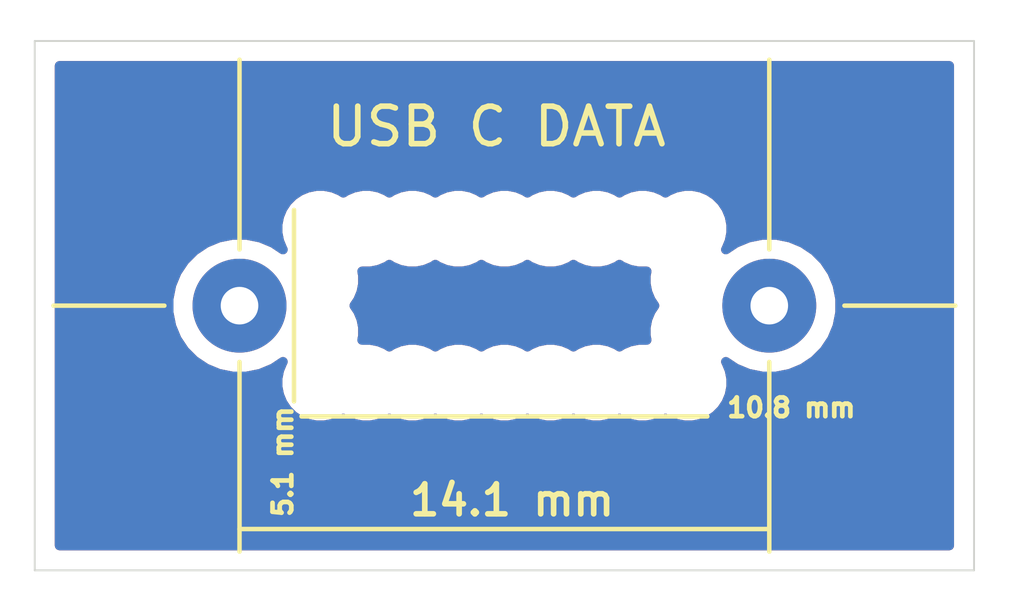
<source format=kicad_pcb>
(kicad_pcb (version 20171130) (host pcbnew 5.1.5+dfsg1-2build2)

  (general
    (thickness 1.6)
    (drawings 17)
    (tracks 0)
    (zones 0)
    (modules 24)
    (nets 1)
  )

  (page A4)
  (layers
    (0 F.Cu signal)
    (31 B.Cu signal)
    (32 B.Adhes user)
    (33 F.Adhes user)
    (34 B.Paste user)
    (35 F.Paste user)
    (36 B.SilkS user)
    (37 F.SilkS user)
    (38 B.Mask user)
    (39 F.Mask user)
    (40 Dwgs.User user)
    (41 Cmts.User user)
    (42 Eco1.User user)
    (43 Eco2.User user)
    (44 Edge.Cuts user)
    (45 Margin user)
    (46 B.CrtYd user)
    (47 F.CrtYd user)
    (48 B.Fab user)
    (49 F.Fab user)
  )

  (setup
    (last_trace_width 0.25)
    (trace_clearance 0.2)
    (zone_clearance 0.508)
    (zone_45_only no)
    (trace_min 0.2)
    (via_size 0.8)
    (via_drill 0.4)
    (via_min_size 0.4)
    (via_min_drill 0.3)
    (uvia_size 0.3)
    (uvia_drill 0.1)
    (uvias_allowed no)
    (uvia_min_size 0.2)
    (uvia_min_drill 0.1)
    (edge_width 0.05)
    (segment_width 0.2)
    (pcb_text_width 0.3)
    (pcb_text_size 1.5 1.5)
    (mod_edge_width 0.12)
    (mod_text_size 1 1)
    (mod_text_width 0.15)
    (pad_size 1.524 1.524)
    (pad_drill 0.762)
    (pad_to_mask_clearance 0.051)
    (solder_mask_min_width 0.25)
    (aux_axis_origin 0 0)
    (visible_elements FFFFFF7F)
    (pcbplotparams
      (layerselection 0x010f0_ffffffff)
      (usegerberextensions false)
      (usegerberattributes false)
      (usegerberadvancedattributes false)
      (creategerberjobfile false)
      (excludeedgelayer true)
      (linewidth 0.100000)
      (plotframeref false)
      (viasonmask false)
      (mode 1)
      (useauxorigin false)
      (hpglpennumber 1)
      (hpglpenspeed 20)
      (hpglpendiameter 15.000000)
      (psnegative false)
      (psa4output false)
      (plotreference true)
      (plotvalue true)
      (plotinvisibletext false)
      (padsonsilk false)
      (subtractmaskfromsilk false)
      (outputformat 1)
      (mirror false)
      (drillshape 0)
      (scaleselection 1)
      (outputdirectory "gerber/single/"))
  )

  (net 0 "")

  (net_class Default "This is the default net class."
    (clearance 0.2)
    (trace_width 0.25)
    (via_dia 0.8)
    (via_drill 0.4)
    (uvia_dia 0.3)
    (uvia_drill 0.1)
  )

  (module Connector_Wire:SolderWirePad_1x01_Drill1mm (layer F.Cu) (tedit 5AEE5EBE) (tstamp 62CFDCFD)
    (at 119.55 107.05)
    (descr "Wire solder connection")
    (tags connector)
    (attr virtual)
    (fp_text reference REF** (at 0 -3.81) (layer F.SilkS) hide
      (effects (font (size 1 1) (thickness 0.15)))
    )
    (fp_text value SolderWirePad_1x01_Drill1mm (at 0 3.175) (layer F.Fab) hide
      (effects (font (size 1 1) (thickness 0.15)))
    )
    (fp_text user %R (at 0 0) (layer F.Fab) hide
      (effects (font (size 1 1) (thickness 0.15)))
    )
    (fp_line (start -1.75 -1.75) (end 1.75 -1.75) (layer F.CrtYd) (width 0.05))
    (fp_line (start -1.75 -1.75) (end -1.75 1.75) (layer F.CrtYd) (width 0.05))
    (fp_line (start 1.75 1.75) (end 1.75 -1.75) (layer F.CrtYd) (width 0.05))
    (fp_line (start 1.75 1.75) (end -1.75 1.75) (layer F.CrtYd) (width 0.05))
    (pad 1 thru_hole circle (at 0 0) (size 2.49936 2.49936) (drill 1.00076) (layers *.Cu *.Mask))
  )

  (module Connector_Wire:SolderWirePad_1x01_Drill1mm (layer F.Cu) (tedit 5AEE5EBE) (tstamp 62CFDB45)
    (at 105.45 107.05)
    (descr "Wire solder connection")
    (tags connector)
    (attr virtual)
    (fp_text reference REF** (at 0 -3.81) (layer F.SilkS) hide
      (effects (font (size 1 1) (thickness 0.15)))
    )
    (fp_text value SolderWirePad_1x01_Drill1mm (at 0 3.175) (layer F.Fab) hide
      (effects (font (size 1 1) (thickness 0.15)))
    )
    (fp_line (start 1.75 1.75) (end -1.75 1.75) (layer F.CrtYd) (width 0.05))
    (fp_line (start 1.75 1.75) (end 1.75 -1.75) (layer F.CrtYd) (width 0.05))
    (fp_line (start -1.75 -1.75) (end -1.75 1.75) (layer F.CrtYd) (width 0.05))
    (fp_line (start -1.75 -1.75) (end 1.75 -1.75) (layer F.CrtYd) (width 0.05))
    (fp_text user %R (at 0 0) (layer F.Fab) hide
      (effects (font (size 1 1) (thickness 0.15)))
    )
    (pad 1 thru_hole circle (at 0 0) (size 2.49936 2.49936) (drill 1.00076) (layers *.Cu *.Mask))
  )

  (module MountingHoleSmall:MountingHole_1mm (layer F.Cu) (tedit 62CF6F17) (tstamp 62CFD200)
    (at 114.95 109.1)
    (descr "MountingHole_1mm, no annular")
    (tags "mountingHole_1mm no annular")
    (attr virtual)
    (fp_text reference REF** (at 0 -3.2) (layer F.SilkS) hide
      (effects (font (size 1 1) (thickness 0.15)))
    )
    (fp_text value MountingHole_1mm (at 0 3.2) (layer F.Fab) hide
      (effects (font (size 1 1) (thickness 0.15)))
    )
    (fp_circle (center 0 0) (end 1.25 0) (layer F.CrtYd) (width 0.05))
    (fp_circle (center 0 0) (end 1 0) (layer Cmts.User) (width 0.15))
    (fp_text user %R (at 0.3 0) (layer F.Fab) hide
      (effects (font (size 1 1) (thickness 0.15)))
    )
    (pad "" np_thru_hole circle (at 0 0) (size 1 1) (drill 1) (layers *.Cu *.Mask))
  )

  (module MountingHoleSmall:MountingHole_1mm (layer F.Cu) (tedit 62CF6F17) (tstamp 62CFD185)
    (at 110.05 109.1)
    (descr "MountingHole_1mm, no annular")
    (tags "mountingHole_1mm no annular")
    (attr virtual)
    (fp_text reference REF** (at 0 -3.2) (layer F.SilkS) hide
      (effects (font (size 1 1) (thickness 0.15)))
    )
    (fp_text value MountingHole_1mm (at 0 3.2) (layer F.Fab) hide
      (effects (font (size 1 1) (thickness 0.15)))
    )
    (fp_circle (center 0 0) (end 1.25 0) (layer F.CrtYd) (width 0.05))
    (fp_circle (center 0 0) (end 1 0) (layer Cmts.User) (width 0.15))
    (fp_text user %R (at 0.3 0) (layer F.Fab) hide
      (effects (font (size 1 1) (thickness 0.15)))
    )
    (pad "" np_thru_hole circle (at 0 0) (size 1 1) (drill 1) (layers *.Cu *.Mask))
  )

  (module MountingHoleSmall:MountingHole_1mm (layer F.Cu) (tedit 62CF6F17) (tstamp 62CFD0EE)
    (at 111.275 109.1)
    (descr "MountingHole_1mm, no annular")
    (tags "mountingHole_1mm no annular")
    (attr virtual)
    (fp_text reference REF** (at 0 -3.2) (layer F.SilkS) hide
      (effects (font (size 1 1) (thickness 0.15)))
    )
    (fp_text value MountingHole_1mm (at 0 3.2) (layer F.Fab) hide
      (effects (font (size 1 1) (thickness 0.15)))
    )
    (fp_text user %R (at 0.3 0) (layer F.Fab) hide
      (effects (font (size 1 1) (thickness 0.15)))
    )
    (fp_circle (center 0 0) (end 1 0) (layer Cmts.User) (width 0.15))
    (fp_circle (center 0 0) (end 1.25 0) (layer F.CrtYd) (width 0.05))
    (pad "" np_thru_hole circle (at 0 0) (size 1 1) (drill 1) (layers *.Cu *.Mask))
  )

  (module MountingHoleSmall:MountingHole_1mm (layer F.Cu) (tedit 62CF6F17) (tstamp 62CFD083)
    (at 113.725 109.1)
    (descr "MountingHole_1mm, no annular")
    (tags "mountingHole_1mm no annular")
    (attr virtual)
    (fp_text reference REF** (at 0 -3.2) (layer F.SilkS) hide
      (effects (font (size 1 1) (thickness 0.15)))
    )
    (fp_text value MountingHole_1mm (at 0 3.2) (layer F.Fab) hide
      (effects (font (size 1 1) (thickness 0.15)))
    )
    (fp_text user %R (at 0.3 0) (layer F.Fab) hide
      (effects (font (size 1 1) (thickness 0.15)))
    )
    (fp_circle (center 0 0) (end 1 0) (layer Cmts.User) (width 0.15))
    (fp_circle (center 0 0) (end 1.25 0) (layer F.CrtYd) (width 0.05))
    (pad "" np_thru_hole circle (at 0 0) (size 1 1) (drill 1) (layers *.Cu *.Mask))
  )

  (module MountingHoleSmall:MountingHole_1mm (layer F.Cu) (tedit 62CF6F17) (tstamp 62CFCFEF)
    (at 116.175 109.1)
    (descr "MountingHole_1mm, no annular")
    (tags "mountingHole_1mm no annular")
    (attr virtual)
    (fp_text reference REF** (at 0 -3.2) (layer F.SilkS) hide
      (effects (font (size 1 1) (thickness 0.15)))
    )
    (fp_text value MountingHole_1mm (at 0 3.2) (layer F.Fab) hide
      (effects (font (size 1 1) (thickness 0.15)))
    )
    (fp_text user %R (at 0.3 0) (layer F.Fab) hide
      (effects (font (size 1 1) (thickness 0.15)))
    )
    (fp_circle (center 0 0) (end 1 0) (layer Cmts.User) (width 0.15))
    (fp_circle (center 0 0) (end 1.25 0) (layer F.CrtYd) (width 0.05))
    (pad "" np_thru_hole circle (at 0 0) (size 1 1) (drill 1) (layers *.Cu *.Mask))
  )

  (module MountingHoleSmall:MountingHole_1mm (layer F.Cu) (tedit 62CF6F17) (tstamp 62CFCE84)
    (at 108.825 109.1)
    (descr "MountingHole_1mm, no annular")
    (tags "mountingHole_1mm no annular")
    (attr virtual)
    (fp_text reference REF** (at 0 -3.2) (layer F.SilkS) hide
      (effects (font (size 1 1) (thickness 0.15)))
    )
    (fp_text value MountingHole_1mm (at 0 3.2) (layer F.Fab) hide
      (effects (font (size 1 1) (thickness 0.15)))
    )
    (fp_text user %R (at 0.3 0) (layer F.Fab) hide
      (effects (font (size 1 1) (thickness 0.15)))
    )
    (fp_circle (center 0 0) (end 1 0) (layer Cmts.User) (width 0.15))
    (fp_circle (center 0 0) (end 1.25 0) (layer F.CrtYd) (width 0.05))
    (pad "" np_thru_hole circle (at 0 0) (size 1 1) (drill 1) (layers *.Cu *.Mask))
  )

  (module MountingHoleSmall:MountingHole_1mm (layer F.Cu) (tedit 62CF6F17) (tstamp 62CFCDF4)
    (at 108.825 105)
    (descr "MountingHole_1mm, no annular")
    (tags "mountingHole_1mm no annular")
    (attr virtual)
    (fp_text reference REF** (at 0 -3.2) (layer F.SilkS) hide
      (effects (font (size 1 1) (thickness 0.15)))
    )
    (fp_text value MountingHole_1mm (at 0 3.2) (layer F.Fab) hide
      (effects (font (size 1 1) (thickness 0.15)))
    )
    (fp_circle (center 0 0) (end 1.25 0) (layer F.CrtYd) (width 0.05))
    (fp_circle (center 0 0) (end 1 0) (layer Cmts.User) (width 0.15))
    (fp_text user %R (at 0.3 0) (layer F.Fab) hide
      (effects (font (size 1 1) (thickness 0.15)))
    )
    (pad "" np_thru_hole circle (at 0 0) (size 1 1) (drill 1) (layers *.Cu *.Mask))
  )

  (module MountingHoleSmall:MountingHole_1mm (layer F.Cu) (tedit 62CF6F17) (tstamp 62CFCD3A)
    (at 116.175 105)
    (descr "MountingHole_1mm, no annular")
    (tags "mountingHole_1mm no annular")
    (attr virtual)
    (fp_text reference REF** (at 0 -3.2) (layer F.SilkS) hide
      (effects (font (size 1 1) (thickness 0.15)))
    )
    (fp_text value MountingHole_1mm (at 0 3.2) (layer F.Fab) hide
      (effects (font (size 1 1) (thickness 0.15)))
    )
    (fp_text user %R (at 0.3 0) (layer F.Fab) hide
      (effects (font (size 1 1) (thickness 0.15)))
    )
    (fp_circle (center 0 0) (end 1 0) (layer Cmts.User) (width 0.15))
    (fp_circle (center 0 0) (end 1.25 0) (layer F.CrtYd) (width 0.05))
    (pad "" np_thru_hole circle (at 0 0) (size 1 1) (drill 1) (layers *.Cu *.Mask))
  )

  (module MountingHoleSmall:MountingHole_1mm (layer F.Cu) (tedit 62CF6F17) (tstamp 62CFCCCE)
    (at 113.725 105)
    (descr "MountingHole_1mm, no annular")
    (tags "mountingHole_1mm no annular")
    (attr virtual)
    (fp_text reference REF** (at 0 -3.2) (layer F.SilkS) hide
      (effects (font (size 1 1) (thickness 0.15)))
    )
    (fp_text value MountingHole_1mm (at 0 3.2) (layer F.Fab) hide
      (effects (font (size 1 1) (thickness 0.15)))
    )
    (fp_circle (center 0 0) (end 1.25 0) (layer F.CrtYd) (width 0.05))
    (fp_circle (center 0 0) (end 1 0) (layer Cmts.User) (width 0.15))
    (fp_text user %R (at 0.3 0) (layer F.Fab) hide
      (effects (font (size 1 1) (thickness 0.15)))
    )
    (pad "" np_thru_hole circle (at 0 0) (size 1 1) (drill 1) (layers *.Cu *.Mask))
  )

  (module MountingHoleSmall:MountingHole_1mm (layer F.Cu) (tedit 62CF6F17) (tstamp 62CFCB03)
    (at 111.275 105)
    (descr "MountingHole_1mm, no annular")
    (tags "mountingHole_1mm no annular")
    (attr virtual)
    (fp_text reference REF** (at 0 -3.2) (layer F.SilkS) hide
      (effects (font (size 1 1) (thickness 0.15)))
    )
    (fp_text value MountingHole_1mm (at 0 3.2) (layer F.Fab) hide
      (effects (font (size 1 1) (thickness 0.15)))
    )
    (fp_text user %R (at 0.3 0) (layer F.Fab) hide
      (effects (font (size 1 1) (thickness 0.15)))
    )
    (fp_circle (center 0 0) (end 1 0) (layer Cmts.User) (width 0.15))
    (fp_circle (center 0 0) (end 1.25 0) (layer F.CrtYd) (width 0.05))
    (pad "" np_thru_hole circle (at 0 0) (size 1 1) (drill 1) (layers *.Cu *.Mask))
  )

  (module MountingHoleSmall:MountingHole_1mm (layer F.Cu) (tedit 62CF6F17) (tstamp 62CFCA97)
    (at 110.05 105)
    (descr "MountingHole_1mm, no annular")
    (tags "mountingHole_1mm no annular")
    (attr virtual)
    (fp_text reference REF** (at 0 -3.2) (layer F.SilkS) hide
      (effects (font (size 1 1) (thickness 0.15)))
    )
    (fp_text value MountingHole_1mm (at 0 3.2) (layer F.Fab) hide
      (effects (font (size 1 1) (thickness 0.15)))
    )
    (fp_circle (center 0 0) (end 1.25 0) (layer F.CrtYd) (width 0.05))
    (fp_circle (center 0 0) (end 1 0) (layer Cmts.User) (width 0.15))
    (fp_text user %R (at 0.3 0) (layer F.Fab) hide
      (effects (font (size 1 1) (thickness 0.15)))
    )
    (pad "" np_thru_hole circle (at 0 0) (size 1 1) (drill 1) (layers *.Cu *.Mask))
  )

  (module MountingHoleSmall:MountingHole_1mm (layer F.Cu) (tedit 62CF6F17) (tstamp 62CFCA09)
    (at 114.95 105)
    (descr "MountingHole_1mm, no annular")
    (tags "mountingHole_1mm no annular")
    (attr virtual)
    (fp_text reference REF** (at 0 -3.2) (layer F.SilkS) hide
      (effects (font (size 1 1) (thickness 0.15)))
    )
    (fp_text value MountingHole_1mm (at 0 3.2) (layer F.Fab) hide
      (effects (font (size 1 1) (thickness 0.15)))
    )
    (fp_circle (center 0 0) (end 1.25 0) (layer F.CrtYd) (width 0.05))
    (fp_circle (center 0 0) (end 1 0) (layer Cmts.User) (width 0.15))
    (fp_text user %R (at 0.3 0) (layer F.Fab) hide
      (effects (font (size 1 1) (thickness 0.15)))
    )
    (pad "" np_thru_hole circle (at 0 0) (size 1 1) (drill 1) (layers *.Cu *.Mask))
  )

  (module MountingHoleSmall:MountingHole_1mm (layer F.Cu) (tedit 62CF6F17) (tstamp 62CFC981)
    (at 112.5 109.1)
    (descr "MountingHole_1mm, no annular")
    (tags "mountingHole_1mm no annular")
    (attr virtual)
    (fp_text reference REF** (at 0 -3.2) (layer F.SilkS) hide
      (effects (font (size 1 1) (thickness 0.15)))
    )
    (fp_text value MountingHole_1mm (at 0 3.2) (layer F.Fab) hide
      (effects (font (size 1 1) (thickness 0.15)))
    )
    (fp_circle (center 0 0) (end 1.25 0) (layer F.CrtYd) (width 0.05))
    (fp_circle (center 0 0) (end 1 0) (layer Cmts.User) (width 0.15))
    (fp_text user %R (at 0.3 0) (layer F.Fab) hide
      (effects (font (size 1 1) (thickness 0.15)))
    )
    (pad "" np_thru_hole circle (at 0 0) (size 1 1) (drill 1) (layers *.Cu *.Mask))
  )

  (module MountingHoleSmall:MountingHole_1mm (layer F.Cu) (tedit 62CF6F17) (tstamp 62CFC8E8)
    (at 112.5 105)
    (descr "MountingHole_1mm, no annular")
    (tags "mountingHole_1mm no annular")
    (attr virtual)
    (fp_text reference REF** (at 0 -3.2) (layer F.SilkS) hide
      (effects (font (size 1 1) (thickness 0.15)))
    )
    (fp_text value MountingHole_1mm (at 0 3.2) (layer F.Fab) hide
      (effects (font (size 1 1) (thickness 0.15)))
    )
    (fp_text user %R (at 0.3 0) (layer F.Fab) hide
      (effects (font (size 1 1) (thickness 0.15)))
    )
    (fp_circle (center 0 0) (end 1 0) (layer Cmts.User) (width 0.15))
    (fp_circle (center 0 0) (end 1.25 0) (layer F.CrtYd) (width 0.05))
    (pad "" np_thru_hole circle (at 0 0) (size 1 1) (drill 1) (layers *.Cu *.Mask))
  )

  (module MountingHoleSmall:MountingHole_1mm (layer F.Cu) (tedit 62CF6F17) (tstamp 62CFC869)
    (at 117.4 107.74)
    (descr "MountingHole_1mm, no annular")
    (tags "mountingHole_1mm no annular")
    (attr virtual)
    (fp_text reference REF** (at 0 -3.2) (layer F.SilkS) hide
      (effects (font (size 1 1) (thickness 0.15)))
    )
    (fp_text value MountingHole_1mm (at 0 3.2) (layer F.Fab) hide
      (effects (font (size 1 1) (thickness 0.15)))
    )
    (fp_circle (center 0 0) (end 1.25 0) (layer F.CrtYd) (width 0.05))
    (fp_circle (center 0 0) (end 1 0) (layer Cmts.User) (width 0.15))
    (fp_text user %R (at 0.3 0) (layer F.Fab) hide
      (effects (font (size 1 1) (thickness 0.15)))
    )
    (pad "" np_thru_hole circle (at 0 0) (size 1 1) (drill 1) (layers *.Cu *.Mask))
  )

  (module MountingHoleSmall:MountingHole_1mm (layer F.Cu) (tedit 62CF6F17) (tstamp 62CFC7CF)
    (at 107.6 107.74)
    (descr "MountingHole_1mm, no annular")
    (tags "mountingHole_1mm no annular")
    (attr virtual)
    (fp_text reference REF** (at 0 -3.2) (layer F.SilkS) hide
      (effects (font (size 1 1) (thickness 0.15)))
    )
    (fp_text value MountingHole_1mm (at 0 3.2) (layer F.Fab) hide
      (effects (font (size 1 1) (thickness 0.15)))
    )
    (fp_text user %R (at 0.3 0) (layer F.Fab) hide
      (effects (font (size 1 1) (thickness 0.15)))
    )
    (fp_circle (center 0 0) (end 1 0) (layer Cmts.User) (width 0.15))
    (fp_circle (center 0 0) (end 1.25 0) (layer F.CrtYd) (width 0.05))
    (pad "" np_thru_hole circle (at 0 0) (size 1 1) (drill 1) (layers *.Cu *.Mask))
  )

  (module MountingHoleSmall:MountingHole_1mm (layer F.Cu) (tedit 62CF6F17) (tstamp 62CFC754)
    (at 117.4 106.36)
    (descr "MountingHole_1mm, no annular")
    (tags "mountingHole_1mm no annular")
    (attr virtual)
    (fp_text reference REF** (at 0 -3.2) (layer F.SilkS) hide
      (effects (font (size 1 1) (thickness 0.15)))
    )
    (fp_text value MountingHole_1mm (at 0 3.2) (layer F.Fab) hide
      (effects (font (size 1 1) (thickness 0.15)))
    )
    (fp_text user %R (at 0.3 0) (layer F.Fab) hide
      (effects (font (size 1 1) (thickness 0.15)))
    )
    (fp_circle (center 0 0) (end 1 0) (layer Cmts.User) (width 0.15))
    (fp_circle (center 0 0) (end 1.25 0) (layer F.CrtYd) (width 0.05))
    (pad "" np_thru_hole circle (at 0 0) (size 1 1) (drill 1) (layers *.Cu *.Mask))
  )

  (module MountingHoleSmall:MountingHole_1mm (layer F.Cu) (tedit 62CF6F17) (tstamp 62CFC6DB)
    (at 107.6 106.36)
    (descr "MountingHole_1mm, no annular")
    (tags "mountingHole_1mm no annular")
    (attr virtual)
    (fp_text reference REF** (at 0 -3.2) (layer F.SilkS) hide
      (effects (font (size 1 1) (thickness 0.15)))
    )
    (fp_text value MountingHole_1mm (at 0 3.2) (layer F.Fab) hide
      (effects (font (size 1 1) (thickness 0.15)))
    )
    (fp_circle (center 0 0) (end 1.25 0) (layer F.CrtYd) (width 0.05))
    (fp_circle (center 0 0) (end 1 0) (layer Cmts.User) (width 0.15))
    (fp_text user %R (at 0.3 0) (layer F.Fab) hide
      (effects (font (size 1 1) (thickness 0.15)))
    )
    (pad "" np_thru_hole circle (at 0 0) (size 1 1) (drill 1) (layers *.Cu *.Mask))
  )

  (module MountingHoleSmall:MountingHole_1mm (layer F.Cu) (tedit 62CF6F17) (tstamp 62CFC580)
    (at 117.4 109.1)
    (descr "MountingHole_1mm, no annular")
    (tags "mountingHole_1mm no annular")
    (attr virtual)
    (fp_text reference REF** (at 0 -3.2) (layer F.SilkS) hide
      (effects (font (size 1 1) (thickness 0.15)))
    )
    (fp_text value MountingHole_1mm (at 0 3.2) (layer F.Fab) hide
      (effects (font (size 1 1) (thickness 0.15)))
    )
    (fp_text user %R (at 0.3 0) (layer F.Fab) hide
      (effects (font (size 1 1) (thickness 0.15)))
    )
    (fp_circle (center 0 0) (end 1 0) (layer Cmts.User) (width 0.15))
    (fp_circle (center 0 0) (end 1.25 0) (layer F.CrtYd) (width 0.05))
    (pad "" np_thru_hole circle (at 0 0) (size 1 1) (drill 1) (layers *.Cu *.Mask))
  )

  (module MountingHoleSmall:MountingHole_1mm (layer F.Cu) (tedit 62CF6F17) (tstamp 62CFC50D)
    (at 117.4 105)
    (descr "MountingHole_1mm, no annular")
    (tags "mountingHole_1mm no annular")
    (attr virtual)
    (fp_text reference REF** (at 0 -3.2) (layer F.SilkS) hide
      (effects (font (size 1 1) (thickness 0.15)))
    )
    (fp_text value MountingHole_1mm (at 0 3.2) (layer F.Fab) hide
      (effects (font (size 1 1) (thickness 0.15)))
    )
    (fp_circle (center 0 0) (end 1.25 0) (layer F.CrtYd) (width 0.05))
    (fp_circle (center 0 0) (end 1 0) (layer Cmts.User) (width 0.15))
    (fp_text user %R (at 0.3 0) (layer F.Fab) hide
      (effects (font (size 1 1) (thickness 0.15)))
    )
    (pad "" np_thru_hole circle (at 0 0) (size 1 1) (drill 1) (layers *.Cu *.Mask))
  )

  (module MountingHoleSmall:MountingHole_1mm (layer F.Cu) (tedit 62CF6F17) (tstamp 62CFC48F)
    (at 107.6 109.1)
    (descr "MountingHole_1mm, no annular")
    (tags "mountingHole_1mm no annular")
    (attr virtual)
    (fp_text reference REF** (at 0 -3.2) (layer F.SilkS) hide
      (effects (font (size 1 1) (thickness 0.15)))
    )
    (fp_text value MountingHole_1mm (at 0 3.2) (layer F.Fab) hide
      (effects (font (size 1 1) (thickness 0.15)))
    )
    (fp_circle (center 0 0) (end 1.25 0) (layer F.CrtYd) (width 0.05))
    (fp_circle (center 0 0) (end 1 0) (layer Cmts.User) (width 0.15))
    (fp_text user %R (at 0.3 0) (layer F.Fab) hide
      (effects (font (size 1 1) (thickness 0.15)))
    )
    (pad "" np_thru_hole circle (at 0 0) (size 1 1) (drill 1) (layers *.Cu *.Mask))
  )

  (module MountingHoleSmall:MountingHole_1mm (layer F.Cu) (tedit 62CF6F17) (tstamp 62CFC3A4)
    (at 107.6 105)
    (descr "MountingHole_1mm, no annular")
    (tags "mountingHole_1mm no annular")
    (attr virtual)
    (fp_text reference REF** (at 0 -3.2) (layer F.SilkS) hide
      (effects (font (size 1 1) (thickness 0.15)))
    )
    (fp_text value MountingHole_1mm (at 0 3.2) (layer F.Fab) hide
      (effects (font (size 1 1) (thickness 0.15)))
    )
    (fp_text user %R (at 0.3 0) (layer F.Fab) hide
      (effects (font (size 1 1) (thickness 0.15)))
    )
    (fp_circle (center 0 0) (end 1 0) (layer Cmts.User) (width 0.15))
    (fp_circle (center 0 0) (end 1.25 0) (layer F.CrtYd) (width 0.05))
    (pad "" np_thru_hole circle (at 0 0) (size 1 1) (drill 1) (layers *.Cu *.Mask))
  )

  (gr_line (start 105.45 113) (end 119.55 113) (layer F.SilkS) (width 0.12))
  (gr_text "10.8 mm" (at 120.13692 109.76864) (layer F.SilkS) (tstamp 62CFE29F)
    (effects (font (size 0.5 0.5) (thickness 0.125)))
  )
  (gr_line (start 107.1 110) (end 117.9 110) (layer F.SilkS) (width 0.12))
  (gr_line (start 106.9 104.5) (end 106.9 109.6) (layer F.SilkS) (width 0.12))
  (gr_text "5.1 mm" (at 106.6038 111.20628 90) (layer F.SilkS) (tstamp 62CFDF92)
    (effects (font (size 0.5 0.5) (thickness 0.125)))
  )
  (gr_text "14.1 mm" (at 112.70488 112.23244) (layer F.SilkS) (tstamp 62CFDDEE)
    (effects (font (size 0.8 0.8) (thickness 0.15)))
  )
  (gr_text "USB C DATA" (at 112.28832 102.28072) (layer F.SilkS)
    (effects (font (size 1 1) (thickness 0.15)))
  )
  (gr_line (start 119.55 108.55) (end 119.55 113.6) (layer F.SilkS) (width 0.12))
  (gr_line (start 119.55 100.5) (end 119.55 105.55) (layer F.SilkS) (width 0.12))
  (gr_line (start 105.45 108.55) (end 105.45 113.6) (layer F.SilkS) (width 0.12))
  (gr_line (start 105.45 100.5) (end 105.45 105.55) (layer F.SilkS) (width 0.12))
  (gr_line (start 121.55 107.05) (end 124.5 107.05) (layer F.SilkS) (width 0.12))
  (gr_line (start 100.5 107.05) (end 103.45 107.05) (layer F.SilkS) (width 0.12))
  (gr_line (start 125 100) (end 125 114.1) (layer Edge.Cuts) (width 0.05))
  (gr_line (start 100 100) (end 100 114.1) (layer Edge.Cuts) (width 0.05))
  (gr_line (start 100 114.1) (end 125 114.1) (layer Edge.Cuts) (width 0.05))
  (gr_line (start 100 100) (end 125 100) (layer Edge.Cuts) (width 0.05))

  (zone (net 0) (net_name "") (layer F.Cu) (tstamp 62CF985D) (hatch edge 0.508)
    (connect_pads (clearance 0.508))
    (min_thickness 0.254)
    (fill yes (arc_segments 32) (thermal_gap 0.508) (thermal_bridge_width 0.508))
    (polygon
      (pts
        (xy 125.68936 99.4664) (xy 125.49124 114.46256) (xy 99.42576 114.39144) (xy 99.35972 99.32924)
      )
    )
    (filled_polygon
      (pts
        (xy 124.340001 113.44) (xy 100.66 113.44) (xy 100.66 106.864375) (xy 103.56532 106.864375) (xy 103.56532 107.235625)
        (xy 103.637747 107.599741) (xy 103.779818 107.942731) (xy 103.986074 108.251413) (xy 104.248587 108.513926) (xy 104.557269 108.720182)
        (xy 104.900259 108.862253) (xy 105.264375 108.93468) (xy 105.635625 108.93468) (xy 105.999741 108.862253) (xy 106.342731 108.720182)
        (xy 106.606495 108.54394) (xy 106.594176 108.562376) (xy 106.508617 108.768933) (xy 106.465 108.988212) (xy 106.465 109.211788)
        (xy 106.508617 109.431067) (xy 106.594176 109.637624) (xy 106.718388 109.82352) (xy 106.87648 109.981612) (xy 107.062376 110.105824)
        (xy 107.268933 110.191383) (xy 107.488212 110.235) (xy 107.711788 110.235) (xy 107.931067 110.191383) (xy 108.137624 110.105824)
        (xy 108.2125 110.055793) (xy 108.287376 110.105824) (xy 108.493933 110.191383) (xy 108.713212 110.235) (xy 108.936788 110.235)
        (xy 109.156067 110.191383) (xy 109.362624 110.105824) (xy 109.4375 110.055793) (xy 109.512376 110.105824) (xy 109.718933 110.191383)
        (xy 109.938212 110.235) (xy 110.161788 110.235) (xy 110.381067 110.191383) (xy 110.587624 110.105824) (xy 110.6625 110.055793)
        (xy 110.737376 110.105824) (xy 110.943933 110.191383) (xy 111.163212 110.235) (xy 111.386788 110.235) (xy 111.606067 110.191383)
        (xy 111.812624 110.105824) (xy 111.8875 110.055793) (xy 111.962376 110.105824) (xy 112.168933 110.191383) (xy 112.388212 110.235)
        (xy 112.611788 110.235) (xy 112.831067 110.191383) (xy 113.037624 110.105824) (xy 113.1125 110.055793) (xy 113.187376 110.105824)
        (xy 113.393933 110.191383) (xy 113.613212 110.235) (xy 113.836788 110.235) (xy 114.056067 110.191383) (xy 114.262624 110.105824)
        (xy 114.3375 110.055793) (xy 114.412376 110.105824) (xy 114.618933 110.191383) (xy 114.838212 110.235) (xy 115.061788 110.235)
        (xy 115.281067 110.191383) (xy 115.487624 110.105824) (xy 115.5625 110.055793) (xy 115.637376 110.105824) (xy 115.843933 110.191383)
        (xy 116.063212 110.235) (xy 116.286788 110.235) (xy 116.506067 110.191383) (xy 116.712624 110.105824) (xy 116.7875 110.055793)
        (xy 116.862376 110.105824) (xy 117.068933 110.191383) (xy 117.288212 110.235) (xy 117.511788 110.235) (xy 117.731067 110.191383)
        (xy 117.937624 110.105824) (xy 118.12352 109.981612) (xy 118.281612 109.82352) (xy 118.405824 109.637624) (xy 118.491383 109.431067)
        (xy 118.535 109.211788) (xy 118.535 108.988212) (xy 118.491383 108.768933) (xy 118.405824 108.562376) (xy 118.393505 108.54394)
        (xy 118.657269 108.720182) (xy 119.000259 108.862253) (xy 119.364375 108.93468) (xy 119.735625 108.93468) (xy 120.099741 108.862253)
        (xy 120.442731 108.720182) (xy 120.751413 108.513926) (xy 121.013926 108.251413) (xy 121.220182 107.942731) (xy 121.362253 107.599741)
        (xy 121.43468 107.235625) (xy 121.43468 106.864375) (xy 121.362253 106.500259) (xy 121.220182 106.157269) (xy 121.013926 105.848587)
        (xy 120.751413 105.586074) (xy 120.442731 105.379818) (xy 120.099741 105.237747) (xy 119.735625 105.16532) (xy 119.364375 105.16532)
        (xy 119.000259 105.237747) (xy 118.657269 105.379818) (xy 118.393505 105.55606) (xy 118.405824 105.537624) (xy 118.491383 105.331067)
        (xy 118.535 105.111788) (xy 118.535 104.888212) (xy 118.491383 104.668933) (xy 118.405824 104.462376) (xy 118.281612 104.27648)
        (xy 118.12352 104.118388) (xy 117.937624 103.994176) (xy 117.731067 103.908617) (xy 117.511788 103.865) (xy 117.288212 103.865)
        (xy 117.068933 103.908617) (xy 116.862376 103.994176) (xy 116.7875 104.044207) (xy 116.712624 103.994176) (xy 116.506067 103.908617)
        (xy 116.286788 103.865) (xy 116.063212 103.865) (xy 115.843933 103.908617) (xy 115.637376 103.994176) (xy 115.5625 104.044207)
        (xy 115.487624 103.994176) (xy 115.281067 103.908617) (xy 115.061788 103.865) (xy 114.838212 103.865) (xy 114.618933 103.908617)
        (xy 114.412376 103.994176) (xy 114.3375 104.044207) (xy 114.262624 103.994176) (xy 114.056067 103.908617) (xy 113.836788 103.865)
        (xy 113.613212 103.865) (xy 113.393933 103.908617) (xy 113.187376 103.994176) (xy 113.1125 104.044207) (xy 113.037624 103.994176)
        (xy 112.831067 103.908617) (xy 112.611788 103.865) (xy 112.388212 103.865) (xy 112.168933 103.908617) (xy 111.962376 103.994176)
        (xy 111.8875 104.044207) (xy 111.812624 103.994176) (xy 111.606067 103.908617) (xy 111.386788 103.865) (xy 111.163212 103.865)
        (xy 110.943933 103.908617) (xy 110.737376 103.994176) (xy 110.6625 104.044207) (xy 110.587624 103.994176) (xy 110.381067 103.908617)
        (xy 110.161788 103.865) (xy 109.938212 103.865) (xy 109.718933 103.908617) (xy 109.512376 103.994176) (xy 109.4375 104.044207)
        (xy 109.362624 103.994176) (xy 109.156067 103.908617) (xy 108.936788 103.865) (xy 108.713212 103.865) (xy 108.493933 103.908617)
        (xy 108.287376 103.994176) (xy 108.2125 104.044207) (xy 108.137624 103.994176) (xy 107.931067 103.908617) (xy 107.711788 103.865)
        (xy 107.488212 103.865) (xy 107.268933 103.908617) (xy 107.062376 103.994176) (xy 106.87648 104.118388) (xy 106.718388 104.27648)
        (xy 106.594176 104.462376) (xy 106.508617 104.668933) (xy 106.465 104.888212) (xy 106.465 105.111788) (xy 106.508617 105.331067)
        (xy 106.594176 105.537624) (xy 106.606495 105.55606) (xy 106.342731 105.379818) (xy 105.999741 105.237747) (xy 105.635625 105.16532)
        (xy 105.264375 105.16532) (xy 104.900259 105.237747) (xy 104.557269 105.379818) (xy 104.248587 105.586074) (xy 103.986074 105.848587)
        (xy 103.779818 106.157269) (xy 103.637747 106.500259) (xy 103.56532 106.864375) (xy 100.66 106.864375) (xy 100.66 100.66)
        (xy 124.34 100.66)
      )
    )
    (filled_polygon
      (pts
        (xy 115.637376 106.005824) (xy 115.843933 106.091383) (xy 116.063212 106.135) (xy 116.286788 106.135) (xy 116.287549 106.134849)
        (xy 116.265 106.248212) (xy 116.265 106.471788) (xy 116.308617 106.691067) (xy 116.394176 106.897624) (xy 116.495991 107.05)
        (xy 116.394176 107.202376) (xy 116.308617 107.408933) (xy 116.265 107.628212) (xy 116.265 107.851788) (xy 116.287549 107.965151)
        (xy 116.286788 107.965) (xy 116.063212 107.965) (xy 115.843933 108.008617) (xy 115.637376 108.094176) (xy 115.5625 108.144207)
        (xy 115.487624 108.094176) (xy 115.281067 108.008617) (xy 115.061788 107.965) (xy 114.838212 107.965) (xy 114.618933 108.008617)
        (xy 114.412376 108.094176) (xy 114.3375 108.144207) (xy 114.262624 108.094176) (xy 114.056067 108.008617) (xy 113.836788 107.965)
        (xy 113.613212 107.965) (xy 113.393933 108.008617) (xy 113.187376 108.094176) (xy 113.1125 108.144207) (xy 113.037624 108.094176)
        (xy 112.831067 108.008617) (xy 112.611788 107.965) (xy 112.388212 107.965) (xy 112.168933 108.008617) (xy 111.962376 108.094176)
        (xy 111.8875 108.144207) (xy 111.812624 108.094176) (xy 111.606067 108.008617) (xy 111.386788 107.965) (xy 111.163212 107.965)
        (xy 110.943933 108.008617) (xy 110.737376 108.094176) (xy 110.6625 108.144207) (xy 110.587624 108.094176) (xy 110.381067 108.008617)
        (xy 110.161788 107.965) (xy 109.938212 107.965) (xy 109.718933 108.008617) (xy 109.512376 108.094176) (xy 109.4375 108.144207)
        (xy 109.362624 108.094176) (xy 109.156067 108.008617) (xy 108.936788 107.965) (xy 108.713212 107.965) (xy 108.712451 107.965151)
        (xy 108.735 107.851788) (xy 108.735 107.628212) (xy 108.691383 107.408933) (xy 108.605824 107.202376) (xy 108.504009 107.05)
        (xy 108.605824 106.897624) (xy 108.691383 106.691067) (xy 108.735 106.471788) (xy 108.735 106.248212) (xy 108.712451 106.134849)
        (xy 108.713212 106.135) (xy 108.936788 106.135) (xy 109.156067 106.091383) (xy 109.362624 106.005824) (xy 109.4375 105.955793)
        (xy 109.512376 106.005824) (xy 109.718933 106.091383) (xy 109.938212 106.135) (xy 110.161788 106.135) (xy 110.381067 106.091383)
        (xy 110.587624 106.005824) (xy 110.6625 105.955793) (xy 110.737376 106.005824) (xy 110.943933 106.091383) (xy 111.163212 106.135)
        (xy 111.386788 106.135) (xy 111.606067 106.091383) (xy 111.812624 106.005824) (xy 111.8875 105.955793) (xy 111.962376 106.005824)
        (xy 112.168933 106.091383) (xy 112.388212 106.135) (xy 112.611788 106.135) (xy 112.831067 106.091383) (xy 113.037624 106.005824)
        (xy 113.1125 105.955793) (xy 113.187376 106.005824) (xy 113.393933 106.091383) (xy 113.613212 106.135) (xy 113.836788 106.135)
        (xy 114.056067 106.091383) (xy 114.262624 106.005824) (xy 114.3375 105.955793) (xy 114.412376 106.005824) (xy 114.618933 106.091383)
        (xy 114.838212 106.135) (xy 115.061788 106.135) (xy 115.281067 106.091383) (xy 115.487624 106.005824) (xy 115.5625 105.955793)
      )
    )
  )
  (zone (net 0) (net_name "") (layer B.Cu) (tstamp 62CF985A) (hatch edge 0.508)
    (connect_pads (clearance 0.508))
    (min_thickness 0.254)
    (fill yes (arc_segments 32) (thermal_gap 0.508) (thermal_bridge_width 0.508))
    (polygon
      (pts
        (xy 125.87224 114.64036) (xy 99.07524 114.64036) (xy 99.09048 99.06508) (xy 126.34976 98.9076)
      )
    )
    (filled_polygon
      (pts
        (xy 124.340001 113.44) (xy 100.66 113.44) (xy 100.66 106.864375) (xy 103.56532 106.864375) (xy 103.56532 107.235625)
        (xy 103.637747 107.599741) (xy 103.779818 107.942731) (xy 103.986074 108.251413) (xy 104.248587 108.513926) (xy 104.557269 108.720182)
        (xy 104.900259 108.862253) (xy 105.264375 108.93468) (xy 105.635625 108.93468) (xy 105.999741 108.862253) (xy 106.342731 108.720182)
        (xy 106.606495 108.54394) (xy 106.594176 108.562376) (xy 106.508617 108.768933) (xy 106.465 108.988212) (xy 106.465 109.211788)
        (xy 106.508617 109.431067) (xy 106.594176 109.637624) (xy 106.718388 109.82352) (xy 106.87648 109.981612) (xy 107.062376 110.105824)
        (xy 107.268933 110.191383) (xy 107.488212 110.235) (xy 107.711788 110.235) (xy 107.931067 110.191383) (xy 108.137624 110.105824)
        (xy 108.2125 110.055793) (xy 108.287376 110.105824) (xy 108.493933 110.191383) (xy 108.713212 110.235) (xy 108.936788 110.235)
        (xy 109.156067 110.191383) (xy 109.362624 110.105824) (xy 109.4375 110.055793) (xy 109.512376 110.105824) (xy 109.718933 110.191383)
        (xy 109.938212 110.235) (xy 110.161788 110.235) (xy 110.381067 110.191383) (xy 110.587624 110.105824) (xy 110.6625 110.055793)
        (xy 110.737376 110.105824) (xy 110.943933 110.191383) (xy 111.163212 110.235) (xy 111.386788 110.235) (xy 111.606067 110.191383)
        (xy 111.812624 110.105824) (xy 111.8875 110.055793) (xy 111.962376 110.105824) (xy 112.168933 110.191383) (xy 112.388212 110.235)
        (xy 112.611788 110.235) (xy 112.831067 110.191383) (xy 113.037624 110.105824) (xy 113.1125 110.055793) (xy 113.187376 110.105824)
        (xy 113.393933 110.191383) (xy 113.613212 110.235) (xy 113.836788 110.235) (xy 114.056067 110.191383) (xy 114.262624 110.105824)
        (xy 114.3375 110.055793) (xy 114.412376 110.105824) (xy 114.618933 110.191383) (xy 114.838212 110.235) (xy 115.061788 110.235)
        (xy 115.281067 110.191383) (xy 115.487624 110.105824) (xy 115.5625 110.055793) (xy 115.637376 110.105824) (xy 115.843933 110.191383)
        (xy 116.063212 110.235) (xy 116.286788 110.235) (xy 116.506067 110.191383) (xy 116.712624 110.105824) (xy 116.7875 110.055793)
        (xy 116.862376 110.105824) (xy 117.068933 110.191383) (xy 117.288212 110.235) (xy 117.511788 110.235) (xy 117.731067 110.191383)
        (xy 117.937624 110.105824) (xy 118.12352 109.981612) (xy 118.281612 109.82352) (xy 118.405824 109.637624) (xy 118.491383 109.431067)
        (xy 118.535 109.211788) (xy 118.535 108.988212) (xy 118.491383 108.768933) (xy 118.405824 108.562376) (xy 118.393505 108.54394)
        (xy 118.657269 108.720182) (xy 119.000259 108.862253) (xy 119.364375 108.93468) (xy 119.735625 108.93468) (xy 120.099741 108.862253)
        (xy 120.442731 108.720182) (xy 120.751413 108.513926) (xy 121.013926 108.251413) (xy 121.220182 107.942731) (xy 121.362253 107.599741)
        (xy 121.43468 107.235625) (xy 121.43468 106.864375) (xy 121.362253 106.500259) (xy 121.220182 106.157269) (xy 121.013926 105.848587)
        (xy 120.751413 105.586074) (xy 120.442731 105.379818) (xy 120.099741 105.237747) (xy 119.735625 105.16532) (xy 119.364375 105.16532)
        (xy 119.000259 105.237747) (xy 118.657269 105.379818) (xy 118.393505 105.55606) (xy 118.405824 105.537624) (xy 118.491383 105.331067)
        (xy 118.535 105.111788) (xy 118.535 104.888212) (xy 118.491383 104.668933) (xy 118.405824 104.462376) (xy 118.281612 104.27648)
        (xy 118.12352 104.118388) (xy 117.937624 103.994176) (xy 117.731067 103.908617) (xy 117.511788 103.865) (xy 117.288212 103.865)
        (xy 117.068933 103.908617) (xy 116.862376 103.994176) (xy 116.7875 104.044207) (xy 116.712624 103.994176) (xy 116.506067 103.908617)
        (xy 116.286788 103.865) (xy 116.063212 103.865) (xy 115.843933 103.908617) (xy 115.637376 103.994176) (xy 115.5625 104.044207)
        (xy 115.487624 103.994176) (xy 115.281067 103.908617) (xy 115.061788 103.865) (xy 114.838212 103.865) (xy 114.618933 103.908617)
        (xy 114.412376 103.994176) (xy 114.3375 104.044207) (xy 114.262624 103.994176) (xy 114.056067 103.908617) (xy 113.836788 103.865)
        (xy 113.613212 103.865) (xy 113.393933 103.908617) (xy 113.187376 103.994176) (xy 113.1125 104.044207) (xy 113.037624 103.994176)
        (xy 112.831067 103.908617) (xy 112.611788 103.865) (xy 112.388212 103.865) (xy 112.168933 103.908617) (xy 111.962376 103.994176)
        (xy 111.8875 104.044207) (xy 111.812624 103.994176) (xy 111.606067 103.908617) (xy 111.386788 103.865) (xy 111.163212 103.865)
        (xy 110.943933 103.908617) (xy 110.737376 103.994176) (xy 110.6625 104.044207) (xy 110.587624 103.994176) (xy 110.381067 103.908617)
        (xy 110.161788 103.865) (xy 109.938212 103.865) (xy 109.718933 103.908617) (xy 109.512376 103.994176) (xy 109.4375 104.044207)
        (xy 109.362624 103.994176) (xy 109.156067 103.908617) (xy 108.936788 103.865) (xy 108.713212 103.865) (xy 108.493933 103.908617)
        (xy 108.287376 103.994176) (xy 108.2125 104.044207) (xy 108.137624 103.994176) (xy 107.931067 103.908617) (xy 107.711788 103.865)
        (xy 107.488212 103.865) (xy 107.268933 103.908617) (xy 107.062376 103.994176) (xy 106.87648 104.118388) (xy 106.718388 104.27648)
        (xy 106.594176 104.462376) (xy 106.508617 104.668933) (xy 106.465 104.888212) (xy 106.465 105.111788) (xy 106.508617 105.331067)
        (xy 106.594176 105.537624) (xy 106.606495 105.55606) (xy 106.342731 105.379818) (xy 105.999741 105.237747) (xy 105.635625 105.16532)
        (xy 105.264375 105.16532) (xy 104.900259 105.237747) (xy 104.557269 105.379818) (xy 104.248587 105.586074) (xy 103.986074 105.848587)
        (xy 103.779818 106.157269) (xy 103.637747 106.500259) (xy 103.56532 106.864375) (xy 100.66 106.864375) (xy 100.66 100.66)
        (xy 124.34 100.66)
      )
    )
    (filled_polygon
      (pts
        (xy 115.637376 106.005824) (xy 115.843933 106.091383) (xy 116.063212 106.135) (xy 116.286788 106.135) (xy 116.287549 106.134849)
        (xy 116.265 106.248212) (xy 116.265 106.471788) (xy 116.308617 106.691067) (xy 116.394176 106.897624) (xy 116.495991 107.05)
        (xy 116.394176 107.202376) (xy 116.308617 107.408933) (xy 116.265 107.628212) (xy 116.265 107.851788) (xy 116.287549 107.965151)
        (xy 116.286788 107.965) (xy 116.063212 107.965) (xy 115.843933 108.008617) (xy 115.637376 108.094176) (xy 115.5625 108.144207)
        (xy 115.487624 108.094176) (xy 115.281067 108.008617) (xy 115.061788 107.965) (xy 114.838212 107.965) (xy 114.618933 108.008617)
        (xy 114.412376 108.094176) (xy 114.3375 108.144207) (xy 114.262624 108.094176) (xy 114.056067 108.008617) (xy 113.836788 107.965)
        (xy 113.613212 107.965) (xy 113.393933 108.008617) (xy 113.187376 108.094176) (xy 113.1125 108.144207) (xy 113.037624 108.094176)
        (xy 112.831067 108.008617) (xy 112.611788 107.965) (xy 112.388212 107.965) (xy 112.168933 108.008617) (xy 111.962376 108.094176)
        (xy 111.8875 108.144207) (xy 111.812624 108.094176) (xy 111.606067 108.008617) (xy 111.386788 107.965) (xy 111.163212 107.965)
        (xy 110.943933 108.008617) (xy 110.737376 108.094176) (xy 110.6625 108.144207) (xy 110.587624 108.094176) (xy 110.381067 108.008617)
        (xy 110.161788 107.965) (xy 109.938212 107.965) (xy 109.718933 108.008617) (xy 109.512376 108.094176) (xy 109.4375 108.144207)
        (xy 109.362624 108.094176) (xy 109.156067 108.008617) (xy 108.936788 107.965) (xy 108.713212 107.965) (xy 108.712451 107.965151)
        (xy 108.735 107.851788) (xy 108.735 107.628212) (xy 108.691383 107.408933) (xy 108.605824 107.202376) (xy 108.504009 107.05)
        (xy 108.605824 106.897624) (xy 108.691383 106.691067) (xy 108.735 106.471788) (xy 108.735 106.248212) (xy 108.712451 106.134849)
        (xy 108.713212 106.135) (xy 108.936788 106.135) (xy 109.156067 106.091383) (xy 109.362624 106.005824) (xy 109.4375 105.955793)
        (xy 109.512376 106.005824) (xy 109.718933 106.091383) (xy 109.938212 106.135) (xy 110.161788 106.135) (xy 110.381067 106.091383)
        (xy 110.587624 106.005824) (xy 110.6625 105.955793) (xy 110.737376 106.005824) (xy 110.943933 106.091383) (xy 111.163212 106.135)
        (xy 111.386788 106.135) (xy 111.606067 106.091383) (xy 111.812624 106.005824) (xy 111.8875 105.955793) (xy 111.962376 106.005824)
        (xy 112.168933 106.091383) (xy 112.388212 106.135) (xy 112.611788 106.135) (xy 112.831067 106.091383) (xy 113.037624 106.005824)
        (xy 113.1125 105.955793) (xy 113.187376 106.005824) (xy 113.393933 106.091383) (xy 113.613212 106.135) (xy 113.836788 106.135)
        (xy 114.056067 106.091383) (xy 114.262624 106.005824) (xy 114.3375 105.955793) (xy 114.412376 106.005824) (xy 114.618933 106.091383)
        (xy 114.838212 106.135) (xy 115.061788 106.135) (xy 115.281067 106.091383) (xy 115.487624 106.005824) (xy 115.5625 105.955793)
      )
    )
  )
)

</source>
